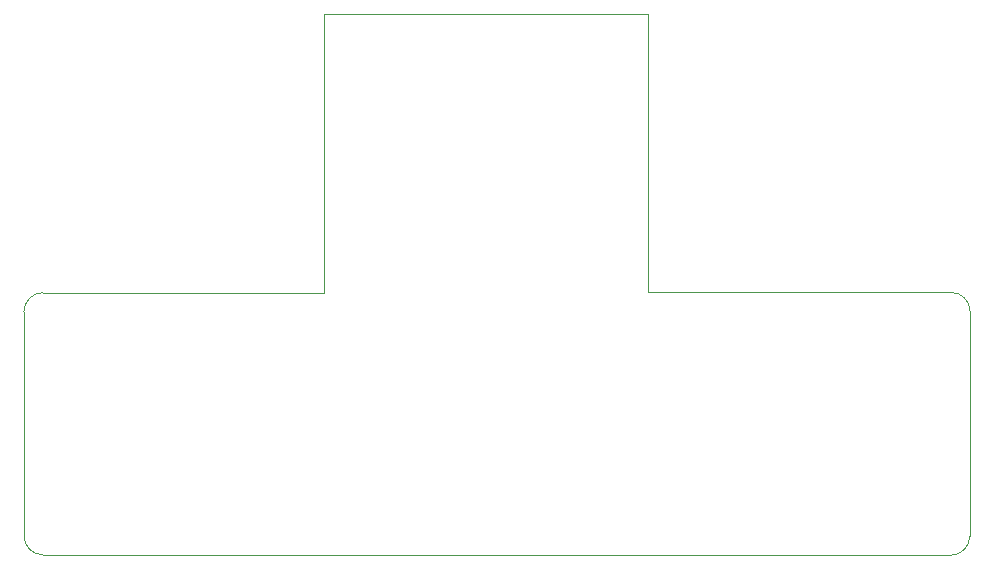
<source format=gm1>
%TF.GenerationSoftware,KiCad,Pcbnew,(5.1.9)-1*%
%TF.CreationDate,2021-01-03T12:45:44+00:00*%
%TF.ProjectId,Mechro_4K_PCB,4d656368-726f-45f3-944b-5f5043422e6b,rev?*%
%TF.SameCoordinates,Original*%
%TF.FileFunction,Profile,NP*%
%FSLAX46Y46*%
G04 Gerber Fmt 4.6, Leading zero omitted, Abs format (unit mm)*
G04 Created by KiCad (PCBNEW (5.1.9)-1) date 2021-01-03 12:45:44*
%MOMM*%
%LPD*%
G01*
G04 APERTURE LIST*
%TA.AperFunction,Profile*%
%ADD10C,0.050000*%
%TD*%
G04 APERTURE END LIST*
D10*
X120025000Y-58025000D02*
X120025000Y-34425000D01*
X96250000Y-58025000D02*
X120025000Y-58025000D01*
X134825000Y-34425000D02*
X120025000Y-34425000D01*
X173150000Y-58000000D02*
X147475000Y-58000000D01*
X147475000Y-34425000D02*
X147475000Y-58000000D01*
X134825000Y-34425000D02*
X147475000Y-34425000D01*
X94650000Y-78625000D02*
X94650000Y-59625000D01*
X173125000Y-80250000D02*
X96250000Y-80225000D01*
X174750000Y-59600000D02*
X174725000Y-78650000D01*
X94650000Y-59625000D02*
G75*
G02*
X96250000Y-58025000I1600000J0D01*
G01*
X96250000Y-80225000D02*
G75*
G02*
X94650000Y-78625000I0J1600000D01*
G01*
X173150000Y-58000000D02*
G75*
G02*
X174750000Y-59600000I0J-1600000D01*
G01*
X174725000Y-78650000D02*
G75*
G02*
X173125000Y-80250000I-1600000J0D01*
G01*
M02*

</source>
